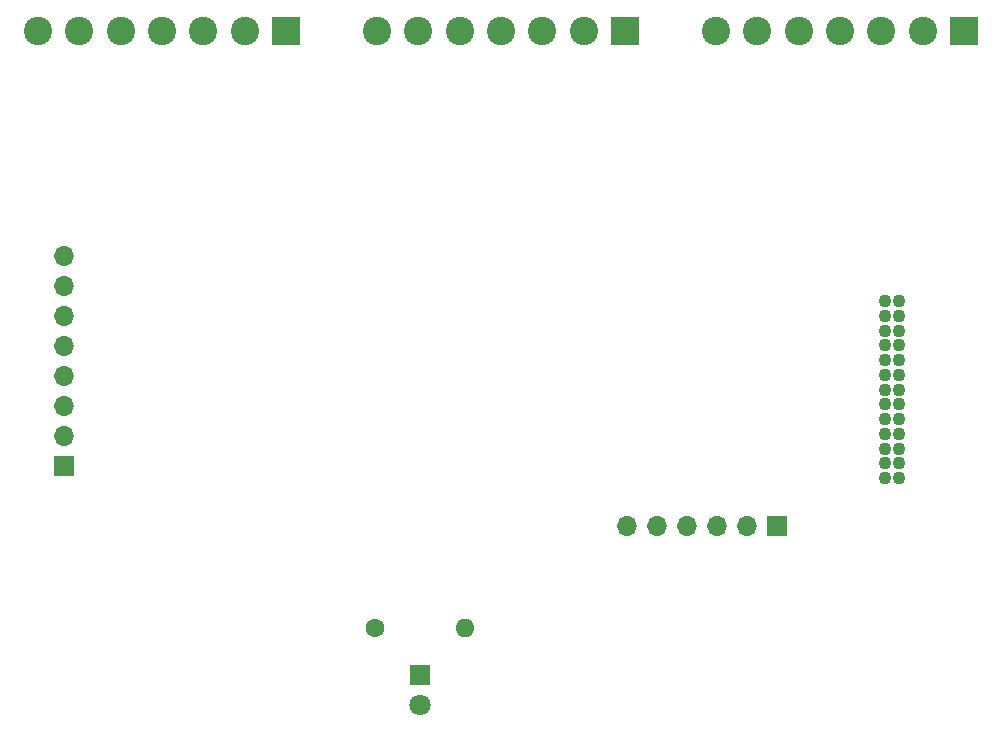
<source format=gbr>
%TF.GenerationSoftware,KiCad,Pcbnew,(5.1.10)-1*%
%TF.CreationDate,2022-12-02T20:43:51-06:00*%
%TF.ProjectId,expansion_board,65787061-6e73-4696-9f6e-5f626f617264,rev?*%
%TF.SameCoordinates,Original*%
%TF.FileFunction,Soldermask,Top*%
%TF.FilePolarity,Negative*%
%FSLAX46Y46*%
G04 Gerber Fmt 4.6, Leading zero omitted, Abs format (unit mm)*
G04 Created by KiCad (PCBNEW (5.1.10)-1) date 2022-12-02 20:43:51*
%MOMM*%
%LPD*%
G01*
G04 APERTURE LIST*
%ADD10C,1.100000*%
%ADD11C,2.400000*%
%ADD12R,2.400000X2.400000*%
%ADD13O,1.600000X1.600000*%
%ADD14C,1.600000*%
%ADD15O,1.700000X1.700000*%
%ADD16R,1.700000X1.700000*%
%ADD17C,1.800000*%
%ADD18R,1.800000X1.800000*%
G04 APERTURE END LIST*
D10*
%TO.C,J2*%
X193020000Y-112409000D03*
X193020000Y-111159000D03*
X193020000Y-109909000D03*
X193020000Y-108659000D03*
X193020000Y-107409000D03*
X193020000Y-106159000D03*
X193020000Y-104909000D03*
X193020000Y-103659000D03*
X193020000Y-102409000D03*
X193020000Y-101159000D03*
X193020000Y-99909000D03*
X193020000Y-98659000D03*
X193020000Y-97409000D03*
X191770000Y-112409000D03*
X191770000Y-111159000D03*
X191770000Y-109909000D03*
X191770000Y-108659000D03*
X191770000Y-107409000D03*
X191770000Y-106159000D03*
X191770000Y-104909000D03*
X191770000Y-103659000D03*
X191770000Y-102409000D03*
X191770000Y-101159000D03*
X191770000Y-99909000D03*
X191770000Y-98659000D03*
X191770000Y-97409000D03*
%TD*%
D11*
%TO.C,J6*%
X120097000Y-74549000D03*
X123597000Y-74549000D03*
X127097000Y-74549000D03*
X130597000Y-74549000D03*
X134097000Y-74549000D03*
X137597000Y-74549000D03*
D12*
X141097000Y-74549000D03*
%TD*%
D11*
%TO.C,J5*%
X177501000Y-74549000D03*
X181001000Y-74549000D03*
X184501000Y-74549000D03*
X188001000Y-74549000D03*
X191501000Y-74549000D03*
X195001000Y-74549000D03*
D12*
X198501000Y-74549000D03*
%TD*%
D11*
%TO.C,J4*%
X148799000Y-74549000D03*
X152299000Y-74549000D03*
X155799000Y-74549000D03*
X159299000Y-74549000D03*
X162799000Y-74549000D03*
X166299000Y-74549000D03*
D12*
X169799000Y-74549000D03*
%TD*%
D13*
%TO.C,FAULT*%
X156210000Y-125095000D03*
D14*
X148590000Y-125095000D03*
%TD*%
D15*
%TO.C,J3*%
X122301000Y-93599000D03*
X122301000Y-96139000D03*
X122301000Y-98679000D03*
X122301000Y-101219000D03*
X122301000Y-103759000D03*
X122301000Y-106299000D03*
X122301000Y-108839000D03*
D16*
X122301000Y-111379000D03*
%TD*%
D15*
%TO.C,J1*%
X169926000Y-116459000D03*
X172466000Y-116459000D03*
X175006000Y-116459000D03*
X177546000Y-116459000D03*
X180086000Y-116459000D03*
D16*
X182626000Y-116459000D03*
%TD*%
D17*
%TO.C,D1*%
X152450800Y-131597400D03*
D18*
X152450800Y-129057400D03*
%TD*%
M02*

</source>
